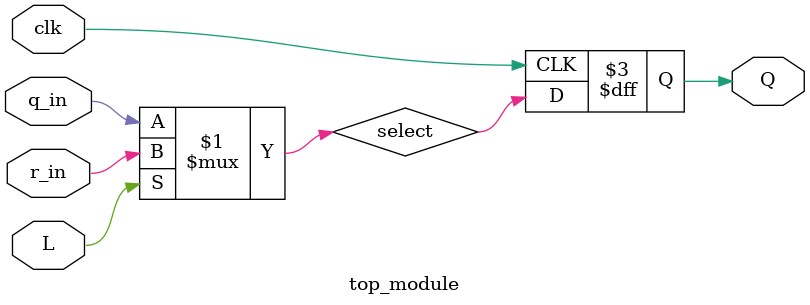
<source format=sv>
module top_module(
    input clk,
    input L,
    input q_in,
    input r_in,
    output reg Q
    );

// Define local wire for selecting input
wire select;

// Assign select based on input L
assign select = L ? r_in : q_in;

// Synchronous always block triggered on rising edge of clk
always @(posedge clk)
    begin
        // Assign output Q with selected input
        Q <= select;
    end
    
endmodule

</source>
